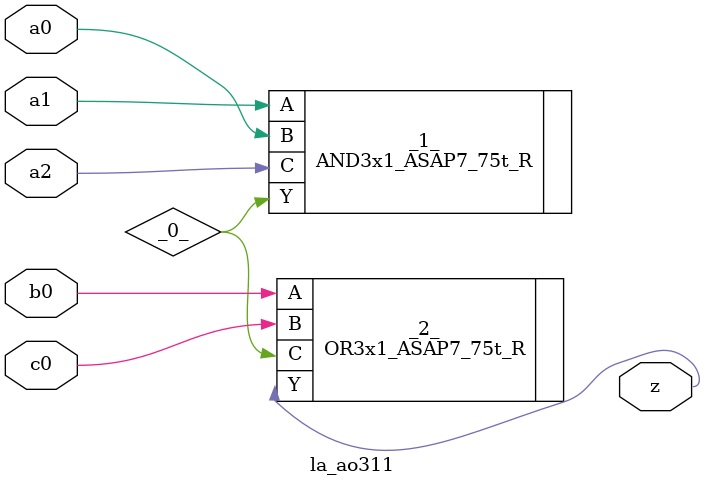
<source format=v>

/* Generated by Yosys 0.40 (git sha1 a1bb0255d, g++ 11.4.0-1ubuntu1~22.04 -fPIC -Os) */

module la_ao311(a0, a1, a2, b0, c0, z);
  wire _0_;
  input a0;
  wire a0;
  input a1;
  wire a1;
  input a2;
  wire a2;
  input b0;
  wire b0;
  input c0;
  wire c0;
  output z;
  wire z;
  AND3x1_ASAP7_75t_R _1_ (
    .A(a1),
    .B(a0),
    .C(a2),
    .Y(_0_)
  );
  OR3x1_ASAP7_75t_R _2_ (
    .A(b0),
    .B(c0),
    .C(_0_),
    .Y(z)
  );
endmodule

</source>
